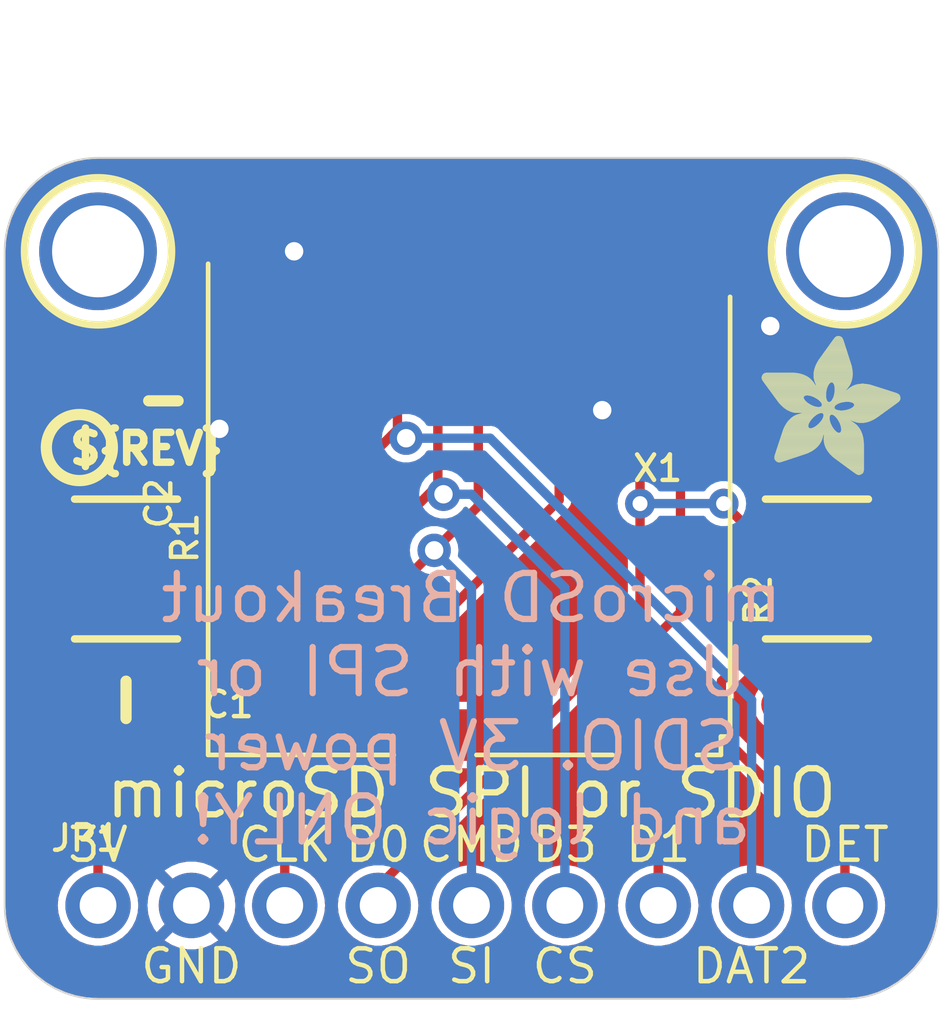
<source format=kicad_pcb>
(kicad_pcb (version 20221018) (generator pcbnew)
  (layers (0 "F.Cu" signal) (31 "B.Cu" signal) (34 "B.Paste" user) (35 "F.Paste" user) (36 "B.SilkS" user "B.Silkscreen") (37 "F.SilkS" user "F.Silkscreen") (38 "B.Mask" user) (39 "F.Mask" user) (44 "Edge.Cuts" user))
  (net 0 "")
  (net 1 "GND")
  (net 2 "DO")
  (net 3 "DI")
  (net 4 "SCLK")
  (net 5 "CS")
  (net 6 "DAT1")
  (net 7 "DAT2")
  (net 8 "3.3V")
  (net 9 "CARDDET")
  (footprint "working:ADAFRUIT_3.5MM" (layer "F.Cu") (at 156.3751 102.2096)
    (fp_text reference "U$4" hide)
    (fp_text value "" hide)
  )
  (footprint "working:1X09_ROUND_70" (layer "F.Cu") (at 148.5011 113.8936)
    (fp_text reference "JP1" (at -11.5062 -1.8288) (layer "F.SilkS") (effects (font (size 0.692831 0.692831) (thickness 0.119969)) (justify left)))
    (fp_text value "")
    (pad "1" thru_hole circle (at -10.16 0 90) (size 1.778 1.778) (drill 1) (layers "*.Cu" "*.Mask") (net 8 "3.3V"))
    (pad "2" thru_hole circle (at -7.62 0 90) (size 1.778 1.778) (drill 1) (layers "*.Cu" "*.Mask") (net 1 "GND"))
    (pad "3" thru_hole circle (at -5.08 0 90) (size 1.778 1.778) (drill 1) (layers "*.Cu" "*.Mask") (net 4 "SCLK"))
    (pad "4" thru_hole circle (at -2.54 0 90) (size 1.778 1.778) (drill 1) (layers "*.Cu" "*.Mask") (net 2 "DO"))
    (pad "5" thru_hole circle (at 0 0 90) (size 1.778 1.778) (drill 1) (layers "*.Cu" "*.Mask") (net 3 "DI"))
    (pad "6" thru_hole circle (at 2.54 0 90) (size 1.778 1.778) (drill 1) (layers "*.Cu" "*.Mask") (net 5 "CS"))
    (pad "7" thru_hole circle (at 5.08 0 90) (size 1.778 1.778) (drill 1) (layers "*.Cu" "*.Mask") (net 6 "DAT1"))
    (pad "8" thru_hole circle (at 7.62 0 90) (size 1.778 1.778) (drill 1) (layers "*.Cu" "*.Mask") (net 7 "DAT2"))
    (pad "9" thru_hole circle (at 10.16 0 90) (size 1.778 1.778) (drill 1) (layers "*.Cu" "*.Mask") (net 9 "CARDDET"))
  )
  (footprint "working:MICROSD" (layer "F.Cu") (at 155.4861 109.7026 180)
    (fp_text reference "X1" (at 1.18 7.69) (layer "F.SilkS") (effects (font (size 0.692831 0.692831) (thickness 0.119969)) (justify right)))
    (fp_text value "microSD")
    (pad "1" smd rect (at 9 10.64 180) (size 0.7 1.5) (layers "F.Cu" "F.Paste" "F.Mask") (net 7 "DAT2"))
    (pad "2" smd rect (at 7.9 10.24 180) (size 0.7 1.5) (layers "F.Cu" "F.Paste" "F.Mask") (net 5 "CS"))
    (pad "3" smd rect (at 6.8 10.64 180) (size 0.7 1.5) (layers "F.Cu" "F.Paste" "F.Mask") (net 3 "DI"))
    (pad "4" smd rect (at 5.7 11.04 180) (size 0.7 1.5) (layers "F.Cu" "F.Paste" "F.Mask") (net 8 "3.3V"))
    (pad "5" smd rect (at 4.6 10.64 180) (size 0.7 1.5) (layers "F.Cu" "F.Paste" "F.Mask") (net 4 "SCLK"))
    (pad "6" smd rect (at 3.5 11.04 180) (size 0.7 1.5) (layers "F.Cu" "F.Paste" "F.Mask") (net 1 "GND"))
    (pad "7" smd rect (at 2.4 10.64 180) (size 0.7 1.5) (layers "F.Cu" "F.Paste" "F.Mask") (net 2 "DO"))
    (pad "8" smd rect (at 1.3 10.64 180) (size 0.7 1.5) (layers "F.Cu" "F.Paste" "F.Mask") (net 6 "DAT1"))
    (pad "CD1" smd rect (at 2 0.44 270) (size 1.4 1.8) (layers "F.Cu" "F.Paste" "F.Mask") (net 9 "CARDDET"))
    (pad "CD2" smd rect (at 8 0.44 270) (size 1.4 1.8) (layers "F.Cu" "F.Paste" "F.Mask"))
    (pad "MT1" smd rect (at 0.4 13.54 180) (size 1.4 1.9) (layers "F.Cu" "F.Paste" "F.Mask") (net 1 "GND"))
    (pad "MT2" smd rect (at 13.6 14.44 180) (size 1.4 1.9) (layers "F.Cu" "F.Paste" "F.Mask") (net 1 "GND"))
  )
  (footprint "working:RESPACK_4X0603" (layer "F.Cu") (at 157.8991 104.7496 90)
    (fp_text reference "R2" (at -1.6 -1.6 90) (layer "F.SilkS") (effects (font (size 0.692831 0.692831) (thickness 0.119969)) (justify left)))
    (fp_text value "47K")
    (pad "1" smd rect (at -1.3 0.85 90) (size 0.45 0.9) (layers "F.Cu" "F.Paste" "F.Mask") (net 8 "3.3V"))
    (pad "2" smd rect (at -0.4 0.85 90) (size 0.45 0.9) (layers "F.Cu" "F.Paste" "F.Mask") (net 8 "3.3V"))
    (pad "3" smd rect (at 0.4 0.85 90) (size 0.45 0.9) (layers "F.Cu" "F.Paste" "F.Mask") (net 8 "3.3V"))
    (pad "4" smd rect (at 1.3 0.85 90) (size 0.45 0.9) (layers "F.Cu" "F.Paste" "F.Mask"))
    (pad "5" smd rect (at 1.3 -0.85 90) (size 0.45 0.9) (layers "F.Cu" "F.Paste" "F.Mask"))
    (pad "6" smd rect (at 0.4 -0.85 90) (size 0.45 0.9) (layers "F.Cu" "F.Paste" "F.Mask") (net 2 "DO"))
    (pad "7" smd rect (at -0.4 -0.85 90) (size 0.45 0.9) (layers "F.Cu" "F.Paste" "F.Mask") (net 6 "DAT1"))
    (pad "8" smd rect (at -1.3 -0.85 90) (size 0.45 0.9) (layers "F.Cu" "F.Paste" "F.Mask") (net 9 "CARDDET"))
  )
  (footprint "working:0805-NO" (layer "F.Cu") (at 139.1031 108.3056)
    (fp_text reference "C1" (at 2.032 0.127) (layer "F.SilkS") (effects (font (size 0.692831 0.692831) (thickness 0.119969)) (justify left)))
    (fp_text value "10uF")
    (pad "1" smd rect (at -0.95 0) (size 1.24 1.5) (layers "F.Cu" "F.Paste" "F.Mask") (net 8 "3.3V"))
    (pad "2" smd rect (at 0.95 0) (size 1.24 1.5) (layers "F.Cu" "F.Paste" "F.Mask") (net 1 "GND"))
  )
  (footprint "working:RESPACK_4X0603" (layer "F.Cu") (at 139.1031 104.7496 -90)
    (fp_text reference "R1" (at -1.6 -1.6 90) (layer "F.SilkS") (effects (font (size 0.692831 0.692831) (thickness 0.119969)) (justify right)))
    (fp_text value "47K")
    (pad "1" smd rect (at -1.3 0.85 270) (size 0.45 0.9) (layers "F.Cu" "F.Paste" "F.Mask") (net 8 "3.3V"))
    (pad "2" smd rect (at -0.4 0.85 270) (size 0.45 0.9) (layers "F.Cu" "F.Paste" "F.Mask") (net 8 "3.3V"))
    (pad "3" smd rect (at 0.4 0.85 270) (size 0.45 0.9) (layers "F.Cu" "F.Paste" "F.Mask") (net 8 "3.3V"))
    (pad "4" smd rect (at 1.3 0.85 270) (size 0.45 0.9) (layers "F.Cu" "F.Paste" "F.Mask") (net 8 "3.3V"))
    (pad "5" smd rect (at 1.3 -0.85 270) (size 0.45 0.9) (layers "F.Cu" "F.Paste" "F.Mask") (net 4 "SCLK"))
    (pad "6" smd rect (at 0.4 -0.85 270) (size 0.45 0.9) (layers "F.Cu" "F.Paste" "F.Mask") (net 3 "DI"))
    (pad "7" smd rect (at -0.4 -0.85 270) (size 0.45 0.9) (layers "F.Cu" "F.Paste" "F.Mask") (net 5 "CS"))
    (pad "8" smd rect (at -1.3 -0.85 270) (size 0.45 0.9) (layers "F.Cu" "F.Paste" "F.Mask") (net 7 "DAT2"))
  )
  (footprint "working:FIDUCIAL_1MM" (layer "F.Cu") (at 156.8831 108.4326)
    (fp_text reference "FID2" hide)
    (fp_text value "FIDUCIAL\"\"" hide)
    (pad "1" smd roundrect (at 0 0) (size 1 1) (layers "F.Cu" "F.Mask") (roundrect_rratio 0.5))
  )
  (footprint "working:FIDUCIAL_1MM" (layer "F.Cu") (at 137.3251 99.2886)
    (fp_text reference "FID1" hide)
    (fp_text value "FIDUCIAL\"\"" hide)
    (pad "1" smd roundrect (at 0 0) (size 1 1) (layers "F.Cu" "F.Mask") (roundrect_rratio 0.5))
  )
  (footprint "working:MOUNTINGHOLE_2.5_PLATED" (layer "F.Cu") (at 158.6611 96.1136)
    (fp_text reference "U$2" hide)
    (fp_text value "MOUNTINGHOLE2.5" hide)
    (pad "P$1" thru_hole circle (at 0 0) (size 3.2 3.2) (drill 2.5) (layers "*.Cu" "*.Mask"))
    (zone (net 0) (net_name "") (layer "F.Cu") (connect_pads (clearance 0)) (min_thickness 0.25)
      (keepout (tracks not_allowed) (vias not_allowed) (pads not_allowed) (copperpour not_allowed) (footprints allowed))
      (fill (thermal_gap 0.5) (thermal_bridge_width 0.5))
      (polygon (pts (xy 160.6771 96.1136) (xy 160.65748 95.833027) (xy 160.599004 95.557915) (xy 160.502808 95.293619) (xy 160.370765 95.045283) (xy 160.205446 94.81774) (xy 160.010067 94.61542) (xy 159.788433 94.44226) (xy 159.544856 94.301631) (xy 159.284078 94.19627) (xy 159.011175 94.128228) (xy 158.731457 94.098828) (xy 158.450371 94.108644) (xy 158.173385 94.157484) (xy 157.905893 94.244397) (xy 157.6531 94.367693) (xy 157.419926 94.52497) (xy 157.210911 94.713169) (xy 157.030122 94.928625) (xy 156.881078 95.167145) (xy 156.76668 95.424087) (xy 156.689154 95.69445) (xy 156.650011 95.972971) (xy 156.650011 96.254229) (xy 156.689154 96.53275) (xy 156.76668 96.803113) (xy 156.881078 97.060055) (xy 157.030122 97.298575) (xy 157.210911 97.514031) (xy 157.419926 97.70223) (xy 157.6531 97.859507) (xy 157.905893 97.982803) (xy 158.173385 98.069716) (xy 158.450371 98.118556) (xy 158.731457 98.128372) (xy 159.011175 98.098972) (xy 159.284078 98.03093) (xy 159.544856 97.925569) (xy 159.788433 97.78494) (xy 160.010067 97.61178) (xy 160.205446 97.40946) (xy 160.370765 97.181917) (xy 160.502808 96.933581) (xy 160.599004 96.669285) (xy 160.65748 96.394173)))
      (polygon (pts (xy 158.6451 96.1136) (xy 158.649786 96.124914) (xy 158.6611 96.1296) (xy 158.672414 96.124914) (xy 158.6771 96.1136) (xy 158.672414 96.102286) (xy 158.6611 96.0976) (xy 158.649786 96.102286)))
    )
    (zone (net 0) (net_name "") (layer "B.Cu") (connect_pads (clearance 0)) (min_thickness 0.25)
      (keepout (tracks not_allowed) (vias not_allowed) (pads not_allowed) (copperpour not_allowed) (footprints allowed))
      (fill (thermal_gap 0.5) (thermal_bridge_width 0.5))
      (polygon (pts (xy 160.6771 96.1136) (xy 160.65748 95.833027) (xy 160.599004 95.557915) (xy 160.502808 95.293619) (xy 160.370765 95.045283) (xy 160.205446 94.81774) (xy 160.010067 94.61542) (xy 159.788433 94.44226) (xy 159.544856 94.301631) (xy 159.284078 94.19627) (xy 159.011175 94.128228) (xy 158.731457 94.098828) (xy 158.450371 94.108644) (xy 158.173385 94.157484) (xy 157.905893 94.244397) (xy 157.6531 94.367693) (xy 157.419926 94.52497) (xy 157.210911 94.713169) (xy 157.030122 94.928625) (xy 156.881078 95.167145) (xy 156.76668 95.424087) (xy 156.689154 95.69445) (xy 156.650011 95.972971) (xy 156.650011 96.254229) (xy 156.689154 96.53275) (xy 156.76668 96.803113) (xy 156.881078 97.060055) (xy 157.030122 97.298575) (xy 157.210911 97.514031) (xy 157.419926 97.70223) (xy 157.6531 97.859507) (xy 157.905893 97.982803) (xy 158.173385 98.069716) (xy 158.450371 98.118556) (xy 158.731457 98.128372) (xy 159.011175 98.098972) (xy 159.284078 98.03093) (xy 159.544856 97.925569) (xy 159.788433 97.78494) (xy 160.010067 97.61178) (xy 160.205446 97.40946) (xy 160.370765 97.181917) (xy 160.502808 96.933581) (xy 160.599004 96.669285) (xy 160.65748 96.394173)))
      (polygon (pts (xy 158.6451 96.1136) (xy 158.649786 96.124914) (xy 158.6611 96.1296) (xy 158.672414 96.124914) (xy 158.6771 96.1136) (xy 158.672414 96.102286) (xy 158.6611 96.0976) (xy 158.649786 96.102286)))
    )
  )
  (footprint "working:MOUNTINGHOLE_2.5_PLATED" (layer "F.Cu") (at 138.3411 96.1136)
    (fp_text reference "U$1" hide)
    (fp_text value "MOUNTINGHOLE2.5" hide)
    (pad "P$1" thru_hole circle (at 0 0) (size 3.2 3.2) (drill 2.5) (layers "*.Cu" "*.Mask"))
    (zone (net 0) (net_name "") (layer "F.Cu") (connect_pads (clearance 0)) (min_thickness 0.25)
      (keepout (tracks not_allowed) (vias not_allowed) (pads not_allowed) (copperpour not_allowed) (footprints allowed))
      (fill (thermal_gap 0.5) (thermal_bridge_width 0.5))
      (polygon (pts (xy 140.3571 96.1136) (xy 140.33748 95.833027) (xy 140.279004 95.557915) (xy 140.182808 95.293619) (xy 140.050765 95.045283) (xy 139.885446 94.81774) (xy 139.690067 94.61542) (xy 139.468433 94.44226) (xy 139.224856 94.301631) (xy 138.964078 94.19627) (xy 138.691175 94.128228) (xy 138.411457 94.098828) (xy 138.130371 94.108644) (xy 137.853385 94.157484) (xy 137.585893 94.244397) (xy 137.3331 94.367693) (xy 137.099926 94.52497) (xy 136.890911 94.713169) (xy 136.710122 94.928625) (xy 136.561078 95.167145) (xy 136.44668 95.424087) (xy 136.369154 95.69445) (xy 136.330011 95.972971) (xy 136.330011 96.254229) (xy 136.369154 96.53275) (xy 136.44668 96.803113) (xy 136.561078 97.060055) (xy 136.710122 97.298575) (xy 136.890911 97.514031) (xy 137.099926 97.70223) (xy 137.3331 97.859507) (xy 137.585893 97.982803) (xy 137.853385 98.069716) (xy 138.130371 98.118556) (xy 138.411457 98.128372) (xy 138.691175 98.098972) (xy 138.964078 98.03093) (xy 139.224856 97.925569) (xy 139.468433 97.78494) (xy 139.690067 97.61178) (xy 139.885446 97.40946) (xy 140.050765 97.181917) (xy 140.182808 96.933581) (xy 140.279004 96.669285) (xy 140.33748 96.394173)))
      (polygon (pts (xy 138.3251 96.1136) (xy 138.329786 96.124914) (xy 138.3411 96.1296) (xy 138.352414 96.124914) (xy 138.3571 96.1136) (xy 138.352414 96.102286) (xy 138.3411 96.0976) (xy 138.329786 96.102286)))
    )
    (zone (net 0) (net_name "") (layer "B.Cu") (connect_pads (clearance 0)) (min_thickness 0.25)
      (keepout (tracks not_allowed) (vias not_allowed) (pads not_allowed) (copperpour not_allowed) (footprints allowed))
      (fill (thermal_gap 0.5) (thermal_bridge_width 0.5))
      (polygon (pts (xy 140.3571 96.1136) (xy 140.33748 95.833027) (xy 140.279004 95.557915) (xy 140.182808 95.293619) (xy 140.050765 95.045283) (xy 139.885446 94.81774) (xy 139.690067 94.61542) (xy 139.468433 94.44226) (xy 139.224856 94.301631) (xy 138.964078 94.19627) (xy 138.691175 94.128228) (xy 138.411457 94.098828) (xy 138.130371 94.108644) (xy 137.853385 94.157484) (xy 137.585893 94.244397) (xy 137.3331 94.367693) (xy 137.099926 94.52497) (xy 136.890911 94.713169) (xy 136.710122 94.928625) (xy 136.561078 95.167145) (xy 136.44668 95.424087) (xy 136.369154 95.69445) (xy 136.330011 95.972971) (xy 136.330011 96.254229) (xy 136.369154 96.53275) (xy 136.44668 96.803113) (xy 136.561078 97.060055) (xy 136.710122 97.298575) (xy 136.890911 97.514031) (xy 137.099926 97.70223) (xy 137.3331 97.859507) (xy 137.585893 97.982803) (xy 137.853385 98.069716) (xy 138.130371 98.118556) (xy 138.411457 98.128372) (xy 138.691175 98.098972) (xy 138.964078 98.03093) (xy 139.224856 97.925569) (xy 139.468433 97.78494) (xy 139.690067 97.61178) (xy 139.885446 97.40946) (xy 140.050765 97.181917) (xy 140.182808 96.933581) (xy 140.279004 96.669285) (xy 140.33748 96.394173)))
      (polygon (pts (xy 138.3251 96.1136) (xy 138.329786 96.124914) (xy 138.3411 96.1296) (xy 138.352414 96.124914) (xy 138.3571 96.1136) (xy 138.352414 96.102286) (xy 138.3411 96.0976) (xy 138.329786 96.102286)))
    )
  )
  (footprint "working:PCBFEAT-REV-040" (layer "F.Cu") (at 137.8331 101.4476)
    (fp_text reference "U$7" hide)
    (fp_text value "" hide)
    (fp_text user "${REV}" (at -0.3556 0.508) (layer "F.SilkS") (effects (font (size 0.8128 0.8128) (thickness 0.2032)) (justify left bottom)))
  )
  (footprint "working:0603-NO" (layer "F.Cu") (at 140.1191 100.1776 -90)
    (fp_text reference "C2" (at 2.032 0.127 90) (layer "F.SilkS") (effects (font (size 0.692831 0.692831) (thickness 0.119969)) (justify right)))
    (fp_text value "0.1uF")
    (pad "1" smd rect (at -0.85 0 270) (size 1.075 1) (layers "F.Cu" "F.Paste" "F.Mask") (net 8 "3.3V"))
    (pad "2" smd rect (at 0.85 0 270) (size 1.075 1) (layers "F.Cu" "F.Paste" "F.Mask") (net 1 "GND"))
  )
  (gr_line (start 138.3411 93.5736) (end 158.6611 93.5736) (stroke (width 0.05)) (layer "Edge.Cuts"))
  (gr_arc (start 158.6611 93.5736) (mid 160.457151 94.317549) (end 161.2011 96.1136) (stroke (width 0.05)) (layer "Edge.Cuts"))
  (gr_arc (start 161.2011 113.8936) (mid 160.457151 115.689651) (end 158.6611 116.4336) (stroke (width 0.05)) (layer "Edge.Cuts"))
  (gr_arc (start 135.8011 96.1136) (mid 136.545049 94.317549) (end 138.3411 93.5736) (stroke (width 0.05)) (layer "Edge.Cuts"))
  (gr_line (start 158.6611 116.4336) (end 138.3411 116.4336) (stroke (width 0.05)) (layer "Edge.Cuts"))
  (gr_arc (start 138.3411 116.4336) (mid 136.545049 115.689651) (end 135.8011 113.8936) (stroke (width 0.05)) (layer "Edge.Cuts"))
  (gr_line (start 161.2011 96.1136) (end 161.2011 113.8936) (stroke (width 0.05)) (layer "Edge.Cuts"))
  (gr_line (start 135.8011 113.8936) (end 135.8011 96.1136) (stroke (width 0.05)) (layer "Edge.Cuts"))
  (gr_text "microSD Breakout\nUse with SPI or\nSDIO. 3V power\nand logic ONLY!" (at 148.5011 108.5596) (layer "B.SilkS") (effects (font (size 1.251712 1.251712) (thickness 0.170688)) (justify mirror)))
  (gr_text "D3" (at 151.0411 112.2426) (layer "F.SilkS") (effects (font (size 0.89408 0.89408) (thickness 0.12192))))
  (gr_text "CMD" (at 148.5011 112.2426) (layer "F.SilkS") (effects (font (size 0.89408 0.89408) (thickness 0.12192))))
  (gr_text "DAT2" (at 156.1211 115.5446) (layer "F.SilkS") (effects (font (size 0.89408 0.89408) (thickness 0.12192))))
  (gr_text "CLK" (at 143.4211 112.2426) (layer "F.SilkS") (effects (font (size 0.89408 0.89408) (thickness 0.12192))))
  (gr_text "D1" (at 153.5811 112.2426) (layer "F.SilkS") (effects (font (size 0.89408 0.89408) (thickness 0.12192))))
  (gr_text "D0" (at 145.9611 112.2426) (layer "F.SilkS") (effects (font (size 0.89408 0.89408) (thickness 0.12192))))
  (gr_text "CS" (at 151.0411 115.5446) (layer "F.SilkS") (effects (font (size 0.89408 0.89408) (thickness 0.12192))))
  (gr_text "GND" (at 140.8811 115.5446) (layer "F.SilkS") (effects (font (size 0.89408 0.89408) (thickness 0.12192))))
  (gr_text "SI" (at 148.5011 115.5446) (layer "F.SilkS") (effects (font (size 0.89408 0.89408) (thickness 0.12192))))
  (gr_text "3V" (at 138.3411 112.2426) (layer "F.SilkS") (effects (font (size 0.89408 0.89408) (thickness 0.12192))))
  (gr_text "SO" (at 145.9611 115.5446) (layer "F.SilkS") (effects (font (size 0.89408 0.89408) (thickness 0.12192))))
  (gr_text "DET" (at 158.6611 112.2426) (layer "F.SilkS") (effects (font (size 0.89408 0.89408) (thickness 0.12192))))
  (gr_text "microSD SPI or SDIO" (at 148.5011 110.8456) (layer "F.SilkS") (effects (font (size 1.251712 1.251712) (thickness 0.170688))))
  (via (at 152.0571 100.4316) (size 0.9064) (drill 0.5) (layers "F.Cu" "B.Cu") (net 1))
  (via (at 156.6291 98.1456) (size 0.9064) (drill 0.5) (layers "F.Cu" "B.Cu") (net 1))
  (via (at 143.6751 96.1136) (size 0.9064) (drill 0.5) (layers "F.Cu" "B.Cu") (net 1))
  (via (at 141.6431 100.9396) (size 0.9064) (drill 0.5) (layers "F.Cu" "B.Cu") (net 1))
  (segment (start 153.0861 106.2606) (end 145.9611 113.3856) (width 0.254) (layer "F.Cu") (net 2))
  (segment (start 157.0491 104.3496) (end 156.7371 104.3496) (width 0.254) (layer "F.Cu") (net 2))
  (segment (start 156.7371 104.3496) (end 155.3591 102.9716) (width 0.254) (layer "F.Cu") (net 2))
  (segment (start 145.9611 113.3856) (end 145.9611 113.8936) (width 0.254) (layer "F.Cu") (net 2))
  (segment (start 153.0861 99.0626) (end 153.0861 102.9716) (width 0.254) (layer "F.Cu") (net 2))
  (segment (start 153.0861 102.9716) (end 153.0861 106.2606) (width 0.254) (layer "F.Cu") (net 2))
  (via (at 153.0861 102.9716) (size 0.8128) (drill 0.4064) (layers "F.Cu" "B.Cu") (net 2))
  (via (at 155.3591 102.9716) (size 0.8128) (drill 0.4064) (layers "F.Cu" "B.Cu") (net 2))
  (segment (start 155.3591 102.9716) (end 153.0861 102.9716) (width 0.254) (layer "B.Cu") (net 2))
  (segment (start 147.4851 104.2416) (end 146.5771 105.1496) (width 0.254) (layer "F.Cu") (net 3))
  (segment (start 139.9531 105.1496) (end 146.5771 105.1496) (width 0.254) (layer "F.Cu") (net 3))
  (segment (start 148.6861 103.0406) (end 147.4851 104.2416) (width 0.254) (layer "F.Cu") (net 3))
  (segment (start 148.6861 99.0626) (end 148.6861 103.0406) (width 0.254) (layer "F.Cu") (net 3))
  (via (at 147.4851 104.2416) (size 0.9064) (drill 0.5) (layers "F.Cu" "B.Cu") (net 3))
  (segment (start 148.5011 105.2576) (end 148.5011 113.8936) (width 0.254) (layer "B.Cu") (net 3))
  (segment (start 147.4851 104.2416) (end 148.5011 105.2576) (width 0.254) (layer "B.Cu") (net 3))
  (segment (start 147.7091 106.0496) (end 143.4211 110.3376) (width 0.254) (layer "F.Cu") (net 4))
  (segment (start 143.4211 110.3376) (end 143.4211 113.8936) (width 0.254) (layer "F.Cu") (net 4))
  (segment (start 150.8861 102.8726) (end 147.7091 106.0496) (width 0.254) (layer "F.Cu") (net 4))
  (segment (start 139.9531 106.0496) (end 147.7091 106.0496) (width 0.254) (layer "F.Cu") (net 4))
  (segment (start 150.8861 99.0626) (end 150.8861 102.8726) (width 0.254) (layer "F.Cu") (net 4))
  (segment (start 145.7001 104.3496) (end 147.5861 102.4636) (width 0.254) (layer "F.Cu") (net 5))
  (segment (start 147.5861 99.4626) (end 147.5861 102.4636) (width 0.254) (layer "F.Cu") (net 5))
  (segment (start 147.5861 102.5646) (end 147.7391 102.7176) (width 0.254) (layer "F.Cu") (net 5))
  (segment (start 147.5861 102.4636) (end 147.5861 102.5646) (width 0.254) (layer "F.Cu") (net 5))
  (segment (start 139.9531 104.3496) (end 145.7001 104.3496) (width 0.254) (layer "F.Cu") (net 5))
  (via (at 147.7391 102.7176) (size 0.9064) (drill 0.5) (layers "F.Cu" "B.Cu") (net 5))
  (segment (start 151.0411 105.2576) (end 151.0411 113.8936) (width 0.254) (layer "B.Cu") (net 5))
  (segment (start 148.5011 102.7176) (end 147.7391 102.7176) (width 0.254) (layer "B.Cu") (net 5))
  (segment (start 151.0411 105.2576) (end 148.5011 102.7176) (width 0.254) (layer "B.Cu") (net 5))
  (segment (start 153.5811 112.3696) (end 153.5811 113.8936) (width 0.254) (layer "F.Cu") (net 6))
  (segment (start 154.1861 99.0626) (end 154.1861 105.2576) (width 0.254) (layer "F.Cu") (net 6))
  (segment (start 152.0571 108.0516) (end 152.0571 110.8456) (width 0.254) (layer "F.Cu") (net 6))
  (segment (start 152.0571 110.8456) (end 153.5811 112.3696) (width 0.254) (layer "F.Cu") (net 6))
  (segment (start 154.1861 105.9226) (end 152.0571 108.0516) (width 0.254) (layer "F.Cu") (net 6))
  (segment (start 156.9411 105.2576) (end 154.1861 105.2576) (width 0.254) (layer "F.Cu") (net 6))
  (segment (start 154.1861 105.2576) (end 154.1861 105.9226) (width 0.254) (layer "F.Cu") (net 6))
  (segment (start 157.0491 105.1496) (end 156.9411 105.2576) (width 0.254) (layer "F.Cu") (net 6))
  (segment (start 146.7231 101.1936) (end 146.4861 100.9566) (width 0.254) (layer "F.Cu") (net 7))
  (segment (start 143.9931 103.4496) (end 146.4861 100.9566) (width 0.254) (layer "F.Cu") (net 7))
  (segment (start 139.9531 103.4496) (end 143.9931 103.4496) (width 0.254) (layer "F.Cu") (net 7))
  (segment (start 146.4861 100.9566) (end 146.4861 99.0626) (width 0.254) (layer "F.Cu") (net 7))
  (via (at 146.7231 101.1936) (size 0.9064) (drill 0.5) (layers "F.Cu" "B.Cu") (net 7))
  (segment (start 149.0091 101.1936) (end 146.7231 101.1936) (width 0.254) (layer "B.Cu") (net 7))
  (segment (start 156.1211 108.3056) (end 149.0091 101.1936) (width 0.254) (layer "B.Cu") (net 7))
  (segment (start 156.1211 113.8936) (end 156.1211 108.3056) (width 0.254) (layer "B.Cu") (net 7))
  (segment (start 154.5971 97.6376) (end 157.8991 100.9396) (width 0.254) (layer "F.Cu") (net 8))
  (segment (start 140.1191 99.3276) (end 139.6991 99.3276) (width 0.254) (layer "F.Cu") (net 8))
  (segment (start 158.7491 104.3496) (end 158.7491 105.1496) (width 0.254) (layer "F.Cu") (net 8))
  (segment (start 153.5811 97.6376) (end 153.3271 97.3836) (width 0.254) (layer "F.Cu") (net 8))
  (segment (start 138.2531 103.4496) (end 138.2531 100.7736) (width 0.254) (layer "F.Cu") (net 8))
  (segment (start 153.3271 97.3836) (end 149.5171 97.3836) (width 0.254) (layer "F.Cu") (net 8))
  (segment (start 138.3411 110.3376) (end 138.3411 113.8936) (width 0.254) (layer "F.Cu") (net 8))
  (segment (start 157.8991 100.9396) (end 157.8991 103.741575) (width 0.254) (layer "F.Cu") (net 8))
  (segment (start 138.2531 106.0496) (end 138.2531 105.1496) (width 0.254) (layer "F.Cu") (net 8))
  (segment (start 157.8991 103.741575) (end 158.507125 104.3496) (width 0.254) (layer "F.Cu") (net 8))
  (segment (start 138.3411 108.3056) (end 138.3411 110.3376) (width 0.254) (layer "F.Cu") (net 8))
  (segment (start 138.1531 106.1496) (end 138.2531 106.0496) (width 0.254) (layer "F.Cu") (net 8))
  (segment (start 138.2531 104.3496) (end 138.2531 103.4496) (width 0.254) (layer "F.Cu") (net 8))
  (segment (start 138.1531 108.3056) (end 138.1531 106.1496) (width 0.254) (layer "F.Cu") (net 8))
  (segment (start 153.5811 97.6376) (end 154.5971 97.6376) (width 0.254) (layer "F.Cu") (net 8))
  (segment (start 158.7491 105.1496) (end 158.7491 106.0496) (width 0.254) (layer "F.Cu") (net 8))
  (segment (start 158.507125 104.3496) (end 158.7491 104.3496) (width 0.254) (layer "F.Cu") (net 8))
  (segment (start 149.7861 97.6526) (end 149.7861 98.6626) (width 0.254) (layer "F.Cu") (net 8))
  (segment (start 139.6991 99.3276) (end 138.2531 100.7736) (width 0.254) (layer "F.Cu") (net 8))
  (segment (start 138.2531 105.1496) (end 138.2531 104.3496) (width 0.254) (layer "F.Cu") (net 8))
  (segment (start 149.5171 97.3836) (end 149.7861 97.6526) (width 0.254) (layer "F.Cu") (net 8))
  (segment (start 140.1191 99.3276) (end 142.0631 97.3836) (width 0.254) (layer "F.Cu") (net 8))
  (segment (start 138.1531 108.3056) (end 138.3411 108.3056) (width 0.254) (layer "F.Cu") (net 8))
  (segment (start 142.0631 97.3836) (end 149.5171 97.3836) (width 0.254) (layer "F.Cu") (net 8))
  (segment (start 157.0491 106.0496) (end 155.3001 107.7986) (width 0.254) (layer "F.Cu") (net 9))
  (segment (start 155.3001 109.2626) (end 158.6611 112.6236) (width 0.254) (layer "F.Cu") (net 9))
  (segment (start 158.6611 112.6236) (end 158.6611 113.8936) (width 0.254) (layer "F.Cu") (net 9))
  (segment (start 153.4861 109.2626) (end 155.3001 109.2626) (width 0.254) (layer "F.Cu") (net 9))
  (segment (start 155.3001 107.7986) (end 155.3001 109.2626) (width 0.254) (layer "F.Cu") (net 9))
  (zone (net 1) (net_name "GND") (layer "F.Cu") (priority 6) (connect_pads (clearance 0.000001)) (min_thickness 0.127) (fill yes (thermal_gap 0.304) (thermal_bridge_width 0.304))
    (polygon (pts (xy 161.3281 116.5606) (xy 135.6741 116.5606) (xy 135.6741 93.4466) (xy 161.3281 93.4466)))
  )
  (zone (net 1) (net_name "GND") (layer "B.Cu") (priority 6) (connect_pads (clearance 0.000001)) (min_thickness 0.127) (fill yes (thermal_gap 0.304) (thermal_bridge_width 0.304))
    (polygon (pts (xy 161.3281 116.5606) (xy 135.6741 116.5606) (xy 135.6741 93.4466) (xy 161.3281 93.4466)))
  )
)
</source>
